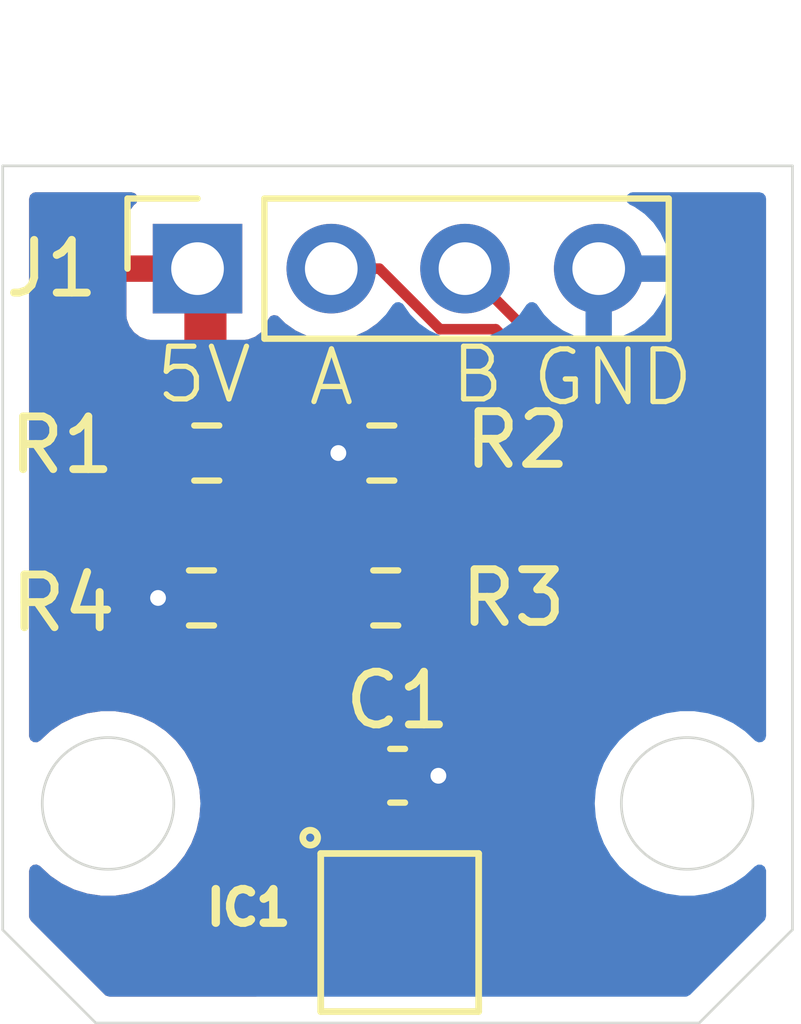
<source format=kicad_pcb>
(kicad_pcb (version 20240108) (generator "pcbnew") (generator_version "8.0")
  (layers (0 "F.Cu" signal) (31 "B.Cu" signal) (34 "B.Paste" user) (35 "F.Paste" user) (36 "B.SilkS" user "B.Silkscreen") (37 "F.SilkS" user "F.Silkscreen") (38 "B.Mask" user) (39 "F.Mask" user) (44 "Edge.Cuts" user))
  (net 0 "")
  (net 1 "+5V")
  (net 2 "GND")
  (net 3 "Net-(IC1-SEL2)")
  (net 4 "Net-(IC1-SEL1)")
  (net 5 "/CH-B")
  (net 6 "/CH-A")
  (footprint "Connector_PinSocket_2.54mm:PinSocket_1x04_P2.54mm_Vertical" (layer "F.Cu") (at 134.5 84 90)
    (property "Reference" "J1" (at 0 -2.77 180) (layer "F.SilkS"))
    (property "Value" "Conn_01x04_Socket")
    (fp_line (start 1.33 -1.33) (end 1.33 0) (stroke (width 0.12)) (layer "F.SilkS"))
    (fp_line (start 0 -1.33) (end 1.33 -1.33) (stroke (width 0.12)) (layer "F.SilkS"))
    (fp_line (start 1.33 1.27) (end 1.33 8.95) (stroke (width 0.12)) (layer "F.SilkS"))
    (fp_line (start -1.33 1.27) (end 1.33 1.27) (stroke (width 0.12)) (layer "F.SilkS"))
    (fp_line (start -1.33 1.27) (end -1.33 8.95) (stroke (width 0.12)) (layer "F.SilkS"))
    (fp_line (start -1.33 8.95) (end 1.33 8.95) (stroke (width 0.12)) (layer "F.SilkS"))
    (pad "1" thru_hole rect (at 0 0 90) (size 1.7 1.7) (drill 1) (layers "*.Cu" "*.Mask") (net 1 "+5V"))
    (pad "2" thru_hole oval (at 0 2.54 90) (size 1.7 1.7) (drill 1) (layers "*.Cu" "*.Mask") (net 6 "/CH-A"))
    (pad "3" thru_hole oval (at 0 5.08 90) (size 1.7 1.7) (drill 1) (layers "*.Cu" "*.Mask") (net 5 "/CH-B"))
    (pad "4" thru_hole oval (at 0 7.62 90) (size 1.7 1.7) (drill 1) (layers "*.Cu" "*.Mask") (net 2 "GND"))
  )
  (footprint "Resistor_SMD:R_0603_1608Metric" (layer "F.Cu") (at 138 87.5)
    (property "Reference" "R2" (at 2.575 -0.25 0) (layer "F.SilkS"))
    (property "Value" "N/A")
    (fp_line (start -0.237258 -0.5225) (end 0.237258 -0.5225) (stroke (width 0.12)) (layer "F.SilkS"))
    (fp_line (start -0.237258 0.5225) (end 0.237258 0.5225) (stroke (width 0.12)) (layer "F.SilkS"))
    (pad "1" smd roundrect (at -0.825 0) (size 0.8 0.95) (layers "F.Cu" "F.Paste" "F.Mask") (net 2 "GND"))
    (pad "2" smd roundrect (at 0.825 0) (size 0.8 0.95) (layers "F.Cu" "F.Paste" "F.Mask") (net 4 "Net-(IC1-SEL1)"))
  )
  (footprint "Capacitor_SMD:C_0603_1608Metric" (layer "F.Cu") (at 138.3 93.625)
    (property "Reference" "C1" (at 0 -1.43 0) (layer "F.SilkS"))
    (property "Value" "100n")
    (fp_line (start -0.14058 -0.51) (end 0.14058 -0.51) (stroke (width 0.12)) (layer "F.SilkS"))
    (fp_line (start -0.14058 0.51) (end 0.14058 0.51) (stroke (width 0.12)) (layer "F.SilkS"))
    (pad "1" smd roundrect (at -0.775 0) (size 0.9 0.95) (layers "F.Cu" "F.Paste" "F.Mask") (net 1 "+5V"))
    (pad "2" smd roundrect (at 0.775 0) (size 0.9 0.95) (layers "F.Cu" "F.Paste" "F.Mask") (net 2 "GND"))
  )
  (footprint "Encoder:ODFN8-3X3" (layer "F.Cu") (at 138.339959 96.6)
    (property "Reference" "IC1" (at -3.75 -0.1 0) (layer "F.SilkS") (effects (font (size 0.63754 0.63754) (thickness 0.17526)) (justify left bottom)))
    (property "Value" "iC-PX2604" (hide yes))
    (fp_line (start -1.5 -1.5) (end 1.5 -1.5) (stroke (width 0.127)) (layer "F.SilkS"))
    (fp_line (start -1.5 1.5) (end -1.5 -1.5) (stroke (width 0.127)) (layer "F.SilkS"))
    (fp_line (start 1.5 -1.5) (end 1.5 1.5) (stroke (width 0.127)) (layer "F.SilkS"))
    (fp_line (start 1.5 1.5) (end -1.5 1.5) (stroke (width 0.127)) (layer "F.SilkS"))
    (fp_circle (center -1.7 -1.8) (end -1.558582 -1.8) (stroke (width 0.127)) (fill none) (layer "F.SilkS"))
    (pad "1" smd roundrect (at -1.475 -0.975) (size 0.7 0.35) (layers "F.Cu" "F.Paste" "F.Mask") (roundrect_rratio 0.35) (net 2 "GND"))
    (pad "2" smd roundrect (at -1.475 -0.325) (size 0.7 0.35) (layers "F.Cu" "F.Paste" "F.Mask") (roundrect_rratio 0.35) (net 2 "GND"))
    (pad "3" smd roundrect (at -1.475 0.325) (size 0.7 0.35) (layers "F.Cu" "F.Paste" "F.Mask") (roundrect_rratio 0.35) (net 4 "Net-(IC1-SEL1)"))
    (pad "4" smd roundrect (at -1.475 0.975) (size 0.7 0.35) (layers "F.Cu" "F.Paste" "F.Mask") (roundrect_rratio 0.35) (net 3 "Net-(IC1-SEL2)"))
    (pad "5" smd roundrect (at 1.475 0.975) (size 0.7 0.35) (layers "F.Cu" "F.Paste" "F.Mask") (roundrect_rratio 0.35) (net 5 "/CH-B"))
    (pad "6" smd roundrect (at 1.475 0.325) (size 0.7 0.35) (layers "F.Cu" "F.Paste" "F.Mask") (roundrect_rratio 0.35) (net 6 "/CH-A"))
    (pad "7" smd roundrect (at 1.475 -0.325) (size 0.7 0.35) (layers "F.Cu" "F.Paste" "F.Mask") (roundrect_rratio 0.35) (net 1 "+5V"))
    (pad "8" smd roundrect (at 1.475 -0.975) (size 0.7 0.35) (layers "F.Cu" "F.Paste" "F.Mask") (roundrect_rratio 0.35) (net 2 "GND"))
    (pad "BP" smd rect (at 0 0) (size 1.2 2.2) (layers "F.Cu" "F.Mask") (net 2 "GND"))
  )
  (footprint "Resistor_SMD:R_0603_1608Metric" (layer "F.Cu") (at 134.675 87.5)
    (property "Reference" "R1" (at -2.75 -0.15 0) (layer "F.SilkS"))
    (property "Value" "0R")
    (fp_line (start -0.237258 -0.5225) (end 0.237258 -0.5225) (stroke (width 0.12)) (layer "F.SilkS"))
    (fp_line (start -0.237258 0.5225) (end 0.237258 0.5225) (stroke (width 0.12)) (layer "F.SilkS"))
    (pad "1" smd roundrect (at -0.825 0) (size 0.8 0.95) (layers "F.Cu" "F.Paste" "F.Mask") (net 4 "Net-(IC1-SEL1)"))
    (pad "2" smd roundrect (at 0.825 0) (size 0.8 0.95) (layers "F.Cu" "F.Paste" "F.Mask") (net 1 "+5V"))
  )
  (footprint "Resistor_SMD:R_0603_1608Metric" (layer "F.Cu") (at 134.575 90.25)
    (property "Reference" "R4" (at -2.625 0.1 0) (layer "F.SilkS"))
    (property "Value" "N/A")
    (fp_line (start -0.237258 -0.5225) (end 0.237258 -0.5225) (stroke (width 0.12)) (layer "F.SilkS"))
    (fp_line (start -0.237258 0.5225) (end 0.237258 0.5225) (stroke (width 0.12)) (layer "F.SilkS"))
    (pad "1" smd roundrect (at -0.825 0) (size 0.8 0.95) (layers "F.Cu" "F.Paste" "F.Mask") (net 2 "GND"))
    (pad "2" smd roundrect (at 0.825 0) (size 0.8 0.95) (layers "F.Cu" "F.Paste" "F.Mask") (net 3 "Net-(IC1-SEL2)"))
  )
  (footprint "Resistor_SMD:R_0603_1608Metric" (layer "F.Cu") (at 138.075 90.25)
    (property "Reference" "R3" (at 2.425 0 0) (layer "F.SilkS"))
    (property "Value" "N/A")
    (fp_line (start -0.237258 -0.5225) (end 0.237258 -0.5225) (stroke (width 0.12)) (layer "F.SilkS"))
    (fp_line (start -0.237258 0.5225) (end 0.237258 0.5225) (stroke (width 0.12)) (layer "F.SilkS"))
    (pad "1" smd roundrect (at -0.825 0) (size 0.8 0.95) (layers "F.Cu" "F.Paste" "F.Mask") (net 3 "Net-(IC1-SEL2)"))
    (pad "2" smd roundrect (at 0.825 0) (size 0.8 0.95) (layers "F.Cu" "F.Paste" "F.Mask") (net 1 "+5V"))
  )
  (gr_circle (center 132.8 94.15) (end 134.05 94.15) (stroke (width 0.05)) (fill none) (layer "Edge.Cuts"))
  (gr_circle (center 143.8 94.15) (end 145.05 94.15) (stroke (width 0.05)) (fill none) (layer "Edge.Cuts"))
  (gr_line (start 144.028039 98.317767) (end 132.567767 98.317767) (stroke (width 0.05)) (layer "Edge.Cuts"))
  (gr_line (start 130.8 96.55) (end 130.8 82.05) (stroke (width 0.05)) (layer "Edge.Cuts"))
  (gr_line (start 145.8 82.05) (end 145.8 96.55) (stroke (width 0.05)) (layer "Edge.Cuts"))
  (gr_line (start 130.8 82.05) (end 145.8 82.05) (stroke (width 0.05)) (layer "Edge.Cuts"))
  (gr_line (start 132.567767 98.317767) (end 130.8 96.55) (stroke (width 0.05)) (layer "Edge.Cuts"))
  (gr_line (start 145.795806 96.55) (end 144.028039 98.317767) (stroke (width 0.05)) (layer "Edge.Cuts"))
  (gr_text "GND" (at 140.8 86.65 0) (layer "F.SilkS") (effects (font (size 1 1) (thickness 0.1)) (justify left bottom)))
  (gr_text "5V" (at 133.65 86.6 0) (layer "F.SilkS") (effects (font (size 1 1) (thickness 0.1)) (justify left bottom)))
  (gr_text "A" (at 136.55 86.65 0) (layer "F.SilkS") (effects (font (size 1 1) (thickness 0.1)) (justify left bottom)))
  (gr_text "B" (at 139.25 86.6 0) (layer "F.SilkS") (effects (font (size 1 1) (thickness 0.1)) (justify left bottom)))
  (segment (start 134.75 84.25) (end 134.5 84) (width 0.6) (layer "F.Cu") (net 1))
  (segment (start 140.75 95.689959) (end 140.75 95.075) (width 0.3) (layer "F.Cu") (net 1))
  (segment (start 139.814959 96.275) (end 140.164959 96.275) (width 0.3) (layer "F.Cu") (net 1))
  (segment (start 135.5 87.5) (end 134.75 86.75) (width 0.6) (layer "F.Cu") (net 1))
  (segment (start 134.75 86.75) (end 134.75 84.25) (width 0.6) (layer "F.Cu") (net 1))
  (segment (start 140.164959 96.275) (end 140.75 95.689959) (width 0.3) (layer "F.Cu") (net 1))
  (segment (start 138.339959 96.6) (end 137.839959 96.6) (width 0.6) (layer "F.Cu") (net 2))
  (segment (start 138.339959 96.6) (end 138.339959 96.586256) (width 0.6) (layer "F.Cu") (net 2))
  (segment (start 139.326215 95.6) (end 139.814959 95.6) (width 0.6) (layer "F.Cu") (net 2))
  (segment (start 139.075 94.75) (end 139.075 93.625) (width 0.6) (layer "F.Cu") (net 2))
  (segment (start 137.839959 96.6) (end 136.864959 95.625) (width 0.6) (layer "F.Cu") (net 2))
  (segment (start 138.339959 96.586256) (end 139.326215 95.6) (width 0.6) (layer "F.Cu") (net 2))
  (segment (start 138.339959 95.485041) (end 139.075 94.75) (width 0.6) (layer "F.Cu") (net 2))
  (segment (start 138.339959 96.6) (end 138.339959 95.485041) (width 0.6) (layer "F.Cu") (net 2))
  (via (at 139.075 93.625) (size 0.6) (drill 0.3) (layers "F.Cu" "B.Cu") (net 2))
  (via (at 133.75 90.25) (size 0.6) (drill 0.3) (layers "F.Cu" "B.Cu") (net 2))
  (via (at 137.175 87.5) (size 0.6) (drill 0.3) (layers "F.Cu" "B.Cu") (net 2))
  (segment (start 136.514959 97.575) (end 136.864959 97.575) (width 0.2) (layer "F.Cu") (net 3))
  (segment (start 135.4 90.25) (end 137.25 90.25) (width 0.2) (layer "F.Cu") (net 3))
  (segment (start 135.4 96.460041) (end 136.514959 97.575) (width 0.2) (layer "F.Cu") (net 3))
  (segment (start 135.4 90.25) (end 135.4 96.460041) (width 0.2) (layer "F.Cu") (net 3))
  (segment (start 137.55 88.775) (end 136.962648 88.775) (width 0.2) (layer "F.Cu") (net 4))
  (segment (start 137.075 91.025) (end 136.1 92) (width 0.2) (layer "F.Cu") (net 4))
  (segment (start 137.95 90.737648) (end 137.662648 91.025) (width 0.2) (layer "F.Cu") (net 4))
  (segment (start 136.1 92) (end 136.1 96.390943) (width 0.2) (layer "F.Cu") (net 4))
  (segment (start 137.662648 91.025) (end 137.075 91.025) (width 0.2) (layer "F.Cu") (net 4))
  (segment (start 137.95 89.762352) (end 137.95 90.737648) (width 0.2) (layer "F.Cu") (net 4))
  (segment (start 138.825 87.5) (end 137.55 88.775) (width 0.2) (layer "F.Cu") (net 4))
  (segment (start 136.1 96.390943) (end 136.634057 96.925) (width 0.2) (layer "F.Cu") (net 4))
  (segment (start 136.634057 96.925) (end 136.864959 96.925) (width 0.2) (layer "F.Cu") (net 4))
  (segment (start 136.962648 88.775) (end 137.95 89.762352) (width 0.2) (layer "F.Cu") (net 4))
  (segment (start 135.125 88.775) (end 136.962648 88.775) (width 0.2) (layer "F.Cu") (net 4))
  (segment (start 133.85 87.5) (end 135.125 88.775) (width 0.2) (layer "F.Cu") (net 4))
  (segment (start 141.875 86.295) (end 141.875 96.675) (width 0.2) (layer "F.Cu") (net 5))
  (segment (start 141.875 96.675) (end 140.975 97.575) (width 0.2) (layer "F.Cu") (net 5))
  (segment (start 139.58 84) (end 141.875 86.295) (width 0.2) (layer "F.Cu") (net 5))
  (segment (start 140.975 97.575) (end 139.814959 97.575) (width 0.2) (layer "F.Cu") (net 5))
  (segment (start 137.953654 84) (end 139.103654 85.15) (width 0.2) (layer "F.Cu") (net 6))
  (segment (start 141.475 96.509314) (end 141.059314 96.925) (width 0.2) (layer "F.Cu") (net 6))
  (segment (start 137.04 84) (end 137.953654 84) (width 0.2) (layer "F.Cu") (net 6))
  (segment (start 141.059314 96.925) (end 139.814959 96.925) (width 0.2) (layer "F.Cu") (net 6))
  (segment (start 140.164314 85.15) (end 141.475 86.460686) (width 0.2) (layer "F.Cu") (net 6))
  (segment (start 141.475 86.460686) (end 141.475 96.509314) (width 0.2) (layer "F.Cu") (net 6))
  (segment (start 139.103654 85.15) (end 140.164314 85.15) (width 0.2) (layer "F.Cu") (net 6))
  (zone (net 1) (net_name "+5V") (layer "F.Cu") (connect_pads (clearance 0.5)) (min_thickness 0.25) (fill yes (thermal_gap 0.5) (thermal_bridge_width 0.5))
    (polygon (pts (xy 130.8 82.05) (xy 145.8 82.05) (xy 145.8 96.55) (xy 144.025 98.325) (xy 132.575 98.325) (xy 130.8 96.55)))
  )
  (zone (net 2) (net_name "GND") (layer "B.Cu") (priority 1) (connect_pads (clearance 0.5)) (min_thickness 0.25) (fill yes (thermal_gap 0.5) (thermal_bridge_width 0.5))
    (polygon (pts (xy 132.575 98.325) (xy 130.8 96.55) (xy 130.8 82.05) (xy 145.8 82.05) (xy 145.8 96.55) (xy 144.025 98.325)))
  )
)
</source>
